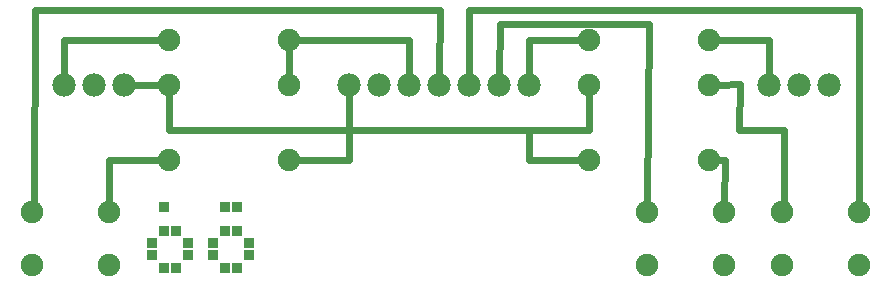
<source format=gtl>
G04 MADE WITH FRITZING*
G04 WWW.FRITZING.ORG*
G04 DOUBLE SIDED*
G04 HOLES PLATED*
G04 CONTOUR ON CENTER OF CONTOUR VECTOR*
%ASAXBY*%
%FSLAX23Y23*%
%MOIN*%
%OFA0B0*%
%SFA1.0B1.0*%
%ADD10C,0.075000*%
%ADD11C,0.078000*%
%ADD12R,0.032835X0.032835*%
%ADD13C,0.024000*%
%LNCOPPER1*%
G90*
G70*
G54D10*
X2071Y834D03*
X2471Y834D03*
G54D11*
X2871Y684D03*
X2771Y684D03*
X2671Y684D03*
X521Y684D03*
X421Y684D03*
X321Y684D03*
X1871Y684D03*
X1771Y684D03*
X1671Y684D03*
X1571Y684D03*
X1471Y684D03*
X1371Y684D03*
X1271Y684D03*
G54D10*
X471Y84D03*
X215Y84D03*
X471Y262D03*
X215Y262D03*
X2521Y84D03*
X2265Y84D03*
X2521Y262D03*
X2265Y262D03*
X2971Y84D03*
X2715Y84D03*
X2971Y262D03*
X2715Y262D03*
X671Y684D03*
X1071Y684D03*
X671Y834D03*
X1071Y834D03*
X671Y434D03*
X1071Y434D03*
X2071Y434D03*
X2471Y434D03*
X2071Y684D03*
X2471Y684D03*
G54D12*
X653Y278D03*
X857Y278D03*
X897Y278D03*
X613Y116D03*
X613Y156D03*
X653Y197D03*
X694Y197D03*
X735Y116D03*
X735Y156D03*
X653Y75D03*
X694Y75D03*
X816Y116D03*
X816Y156D03*
X857Y197D03*
X897Y197D03*
X938Y116D03*
X938Y156D03*
X857Y75D03*
X897Y75D03*
G54D13*
X1271Y533D02*
X1271Y654D01*
D02*
X671Y533D02*
X671Y656D01*
D02*
X1271Y533D02*
X671Y533D01*
D02*
X1470Y835D02*
X1099Y835D01*
D02*
X1470Y715D02*
X1470Y835D01*
D02*
X551Y684D02*
X642Y684D01*
D02*
X1071Y713D02*
X1071Y806D01*
D02*
X2522Y433D02*
X2499Y433D01*
D02*
X2270Y886D02*
X2265Y290D01*
D02*
X1772Y886D02*
X2270Y886D01*
D02*
X1771Y715D02*
X1772Y886D01*
D02*
X1670Y934D02*
X1670Y715D01*
D02*
X2071Y533D02*
X2071Y656D01*
D02*
X1871Y533D02*
X2071Y533D01*
D02*
X2521Y290D02*
X2522Y433D01*
D02*
X1572Y934D02*
X1571Y715D01*
D02*
X471Y433D02*
X642Y434D01*
D02*
X471Y290D02*
X471Y433D01*
D02*
X320Y835D02*
X320Y715D01*
D02*
X642Y835D02*
X320Y835D01*
D02*
X2970Y290D02*
X2969Y934D01*
D02*
X2969Y934D02*
X1670Y934D01*
D02*
X2572Y686D02*
X2499Y685D01*
D02*
X2719Y533D02*
X2571Y533D01*
D02*
X2571Y533D02*
X2572Y686D01*
D02*
X2721Y285D02*
X2719Y533D01*
D02*
X2723Y289D02*
X2721Y285D01*
D02*
X1871Y433D02*
X2042Y434D01*
D02*
X1871Y533D02*
X1871Y433D01*
D02*
X1271Y533D02*
X1871Y533D01*
D02*
X1271Y533D02*
X1271Y633D01*
D02*
X1271Y633D02*
X1271Y533D01*
D02*
X1271Y433D02*
X1271Y533D01*
D02*
X1099Y434D02*
X1271Y433D01*
D02*
X222Y934D02*
X1572Y934D01*
D02*
X220Y286D02*
X222Y934D01*
D02*
X221Y290D02*
X220Y286D01*
D02*
X1870Y835D02*
X2042Y835D01*
D02*
X1870Y715D02*
X1870Y835D01*
D02*
X2671Y835D02*
X2499Y835D01*
D02*
X2671Y715D02*
X2671Y835D01*
G04 End of Copper1*
M02*
</source>
